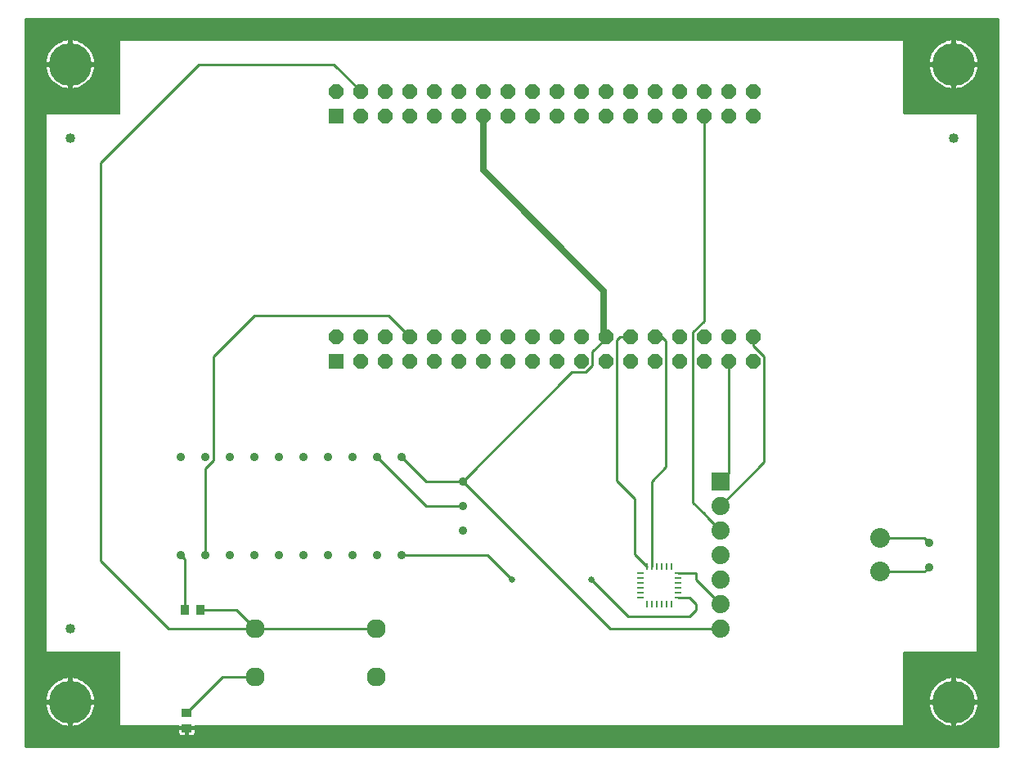
<source format=gbr>
G04 EAGLE Gerber RS-274X export*
G75*
%MOMM*%
%FSLAX34Y34*%
%LPD*%
%INTop Copper*%
%IPPOS*%
%AMOC8*
5,1,8,0,0,1.08239X$1,22.5*%
G01*
%ADD10C,0.904800*%
%ADD11R,0.790000X0.280000*%
%ADD12R,0.280000X0.790000*%
%ADD13R,1.879600X1.879600*%
%ADD14C,2.032000*%
%ADD15C,1.879600*%
%ADD16R,1.524000X1.524000*%
%ADD17P,1.649562X8X22.500000*%
%ADD18C,1.960000*%
%ADD19C,4.445000*%
%ADD20C,1.016000*%
%ADD21R,0.949959X1.031241*%
%ADD22R,1.031241X0.949959*%
%ADD23C,0.254000*%
%ADD24C,0.635000*%
%ADD25C,0.654800*%

G36*
X1012682Y757546D02*
X1012682Y757546D01*
X1012675Y757665D01*
X1012662Y757703D01*
X1012657Y757744D01*
X1012614Y757854D01*
X1012577Y757967D01*
X1012555Y758002D01*
X1012540Y758039D01*
X1012471Y758135D01*
X1012407Y758236D01*
X1012377Y758264D01*
X1012354Y758297D01*
X1012262Y758373D01*
X1012175Y758454D01*
X1012140Y758474D01*
X1012109Y758499D01*
X1012001Y758550D01*
X1011897Y758608D01*
X1011857Y758618D01*
X1011821Y758635D01*
X1011704Y758657D01*
X1011589Y758687D01*
X1011529Y758691D01*
X1011509Y758695D01*
X1011488Y758693D01*
X1011428Y758697D01*
X4572Y758697D01*
X4454Y758682D01*
X4335Y758675D01*
X4297Y758662D01*
X4256Y758657D01*
X4146Y758614D01*
X4033Y758577D01*
X3998Y758555D01*
X3961Y758540D01*
X3865Y758471D01*
X3764Y758407D01*
X3736Y758377D01*
X3703Y758354D01*
X3627Y758262D01*
X3546Y758175D01*
X3526Y758140D01*
X3501Y758109D01*
X3450Y758001D01*
X3392Y757897D01*
X3382Y757857D01*
X3365Y757821D01*
X3343Y757704D01*
X3313Y757589D01*
X3309Y757529D01*
X3305Y757509D01*
X3307Y757488D01*
X3303Y757428D01*
X3303Y4572D01*
X3318Y4454D01*
X3325Y4335D01*
X3338Y4297D01*
X3343Y4256D01*
X3386Y4146D01*
X3423Y4033D01*
X3445Y3998D01*
X3460Y3961D01*
X3529Y3865D01*
X3593Y3764D01*
X3623Y3736D01*
X3646Y3703D01*
X3738Y3627D01*
X3825Y3546D01*
X3860Y3526D01*
X3891Y3501D01*
X3999Y3450D01*
X4103Y3392D01*
X4143Y3382D01*
X4179Y3365D01*
X4296Y3343D01*
X4411Y3313D01*
X4471Y3309D01*
X4491Y3305D01*
X4512Y3307D01*
X4572Y3303D01*
X1011428Y3303D01*
X1011546Y3318D01*
X1011665Y3325D01*
X1011703Y3338D01*
X1011744Y3343D01*
X1011854Y3386D01*
X1011967Y3423D01*
X1012002Y3445D01*
X1012039Y3460D01*
X1012135Y3529D01*
X1012236Y3593D01*
X1012264Y3623D01*
X1012297Y3646D01*
X1012373Y3738D01*
X1012454Y3825D01*
X1012474Y3860D01*
X1012499Y3891D01*
X1012550Y3999D01*
X1012608Y4103D01*
X1012618Y4143D01*
X1012635Y4179D01*
X1012657Y4296D01*
X1012687Y4411D01*
X1012691Y4471D01*
X1012695Y4491D01*
X1012693Y4512D01*
X1012697Y4572D01*
X1012697Y757428D01*
X1012682Y757546D01*
G37*
%LPC*%
G36*
X101600Y659131D02*
X101600Y659131D01*
X101718Y659146D01*
X101837Y659153D01*
X101875Y659166D01*
X101916Y659171D01*
X102026Y659214D01*
X102139Y659251D01*
X102174Y659273D01*
X102211Y659288D01*
X102307Y659358D01*
X102408Y659421D01*
X102436Y659451D01*
X102469Y659474D01*
X102545Y659566D01*
X102626Y659653D01*
X102646Y659688D01*
X102671Y659719D01*
X102722Y659827D01*
X102780Y659931D01*
X102790Y659971D01*
X102807Y660007D01*
X102829Y660124D01*
X102859Y660239D01*
X102863Y660300D01*
X102867Y660320D01*
X102865Y660340D01*
X102869Y660400D01*
X102869Y735331D01*
X913131Y735331D01*
X913131Y660400D01*
X913146Y660282D01*
X913153Y660163D01*
X913166Y660125D01*
X913171Y660084D01*
X913214Y659974D01*
X913251Y659861D01*
X913273Y659826D01*
X913288Y659789D01*
X913358Y659693D01*
X913421Y659592D01*
X913451Y659564D01*
X913474Y659531D01*
X913566Y659456D01*
X913653Y659374D01*
X913688Y659354D01*
X913719Y659329D01*
X913827Y659278D01*
X913931Y659220D01*
X913971Y659210D01*
X914007Y659193D01*
X914124Y659171D01*
X914239Y659141D01*
X914300Y659137D01*
X914320Y659133D01*
X914340Y659135D01*
X914400Y659131D01*
X989331Y659131D01*
X989331Y102869D01*
X914400Y102869D01*
X914282Y102854D01*
X914163Y102847D01*
X914125Y102834D01*
X914084Y102829D01*
X913974Y102786D01*
X913861Y102749D01*
X913826Y102727D01*
X913789Y102712D01*
X913693Y102643D01*
X913592Y102579D01*
X913564Y102549D01*
X913531Y102526D01*
X913456Y102434D01*
X913374Y102347D01*
X913354Y102312D01*
X913329Y102281D01*
X913278Y102173D01*
X913220Y102069D01*
X913210Y102029D01*
X913193Y101993D01*
X913171Y101876D01*
X913141Y101761D01*
X913137Y101701D01*
X913133Y101681D01*
X913135Y101660D01*
X913131Y101600D01*
X913131Y26669D01*
X180416Y26669D01*
X180298Y26654D01*
X180179Y26647D01*
X180141Y26634D01*
X180101Y26629D01*
X179990Y26586D01*
X179877Y26549D01*
X179843Y26527D01*
X179805Y26512D01*
X179709Y26443D01*
X179608Y26379D01*
X179580Y26349D01*
X179548Y26326D01*
X179472Y26234D01*
X179390Y26147D01*
X179377Y26123D01*
X172555Y26123D01*
X172437Y26108D01*
X172318Y26101D01*
X172280Y26088D01*
X172240Y26083D01*
X172129Y26039D01*
X172016Y26003D01*
X171981Y25981D01*
X171944Y25966D01*
X171848Y25896D01*
X171747Y25833D01*
X171719Y25803D01*
X171687Y25779D01*
X171611Y25688D01*
X171529Y25601D01*
X171510Y25566D01*
X171484Y25534D01*
X171454Y25470D01*
X171387Y25561D01*
X171324Y25662D01*
X171294Y25690D01*
X171270Y25722D01*
X171179Y25798D01*
X171092Y25880D01*
X171057Y25899D01*
X171025Y25925D01*
X170918Y25976D01*
X170814Y26033D01*
X170774Y26044D01*
X170738Y26061D01*
X170621Y26083D01*
X170506Y26113D01*
X170445Y26117D01*
X170425Y26121D01*
X170405Y26119D01*
X170345Y26123D01*
X163516Y26123D01*
X163463Y26208D01*
X163433Y26236D01*
X163409Y26269D01*
X163318Y26345D01*
X163231Y26426D01*
X163196Y26446D01*
X163164Y26471D01*
X163057Y26522D01*
X162952Y26580D01*
X162913Y26590D01*
X162877Y26607D01*
X162760Y26629D01*
X162644Y26659D01*
X162584Y26663D01*
X162564Y26667D01*
X162544Y26665D01*
X162484Y26669D01*
X102869Y26669D01*
X102869Y101600D01*
X102854Y101718D01*
X102847Y101837D01*
X102834Y101875D01*
X102829Y101916D01*
X102786Y102026D01*
X102749Y102139D01*
X102727Y102174D01*
X102712Y102211D01*
X102643Y102307D01*
X102579Y102408D01*
X102549Y102436D01*
X102526Y102469D01*
X102434Y102545D01*
X102347Y102626D01*
X102312Y102646D01*
X102281Y102671D01*
X102173Y102722D01*
X102069Y102780D01*
X102029Y102790D01*
X101993Y102807D01*
X101876Y102829D01*
X101761Y102859D01*
X101701Y102863D01*
X101681Y102867D01*
X101660Y102865D01*
X101600Y102869D01*
X26669Y102869D01*
X26669Y659131D01*
X101600Y659131D01*
G37*
%LPD*%
%LPC*%
G36*
X53339Y713739D02*
X53339Y713739D01*
X53339Y735836D01*
X54955Y735654D01*
X57667Y735035D01*
X60292Y734117D01*
X62799Y732910D01*
X65154Y731430D01*
X67329Y729695D01*
X69295Y727729D01*
X71030Y725554D01*
X72510Y723199D01*
X73717Y720692D01*
X74635Y718067D01*
X75254Y715355D01*
X75436Y713739D01*
X53339Y713739D01*
G37*
%LPD*%
%LPC*%
G36*
X967739Y713739D02*
X967739Y713739D01*
X967739Y735836D01*
X969355Y735654D01*
X972067Y735035D01*
X974692Y734117D01*
X977199Y732910D01*
X979554Y731430D01*
X981729Y729695D01*
X983695Y727729D01*
X985430Y725554D01*
X986910Y723199D01*
X988117Y720692D01*
X989035Y718067D01*
X989654Y715355D01*
X989836Y713739D01*
X967739Y713739D01*
G37*
%LPD*%
%LPC*%
G36*
X53339Y53339D02*
X53339Y53339D01*
X53339Y75436D01*
X54955Y75254D01*
X57667Y74635D01*
X60292Y73717D01*
X62799Y72510D01*
X65154Y71030D01*
X67329Y69295D01*
X69295Y67329D01*
X71030Y65154D01*
X72510Y62799D01*
X73717Y60292D01*
X74635Y57667D01*
X75254Y54955D01*
X75436Y53339D01*
X53339Y53339D01*
G37*
%LPD*%
%LPC*%
G36*
X967739Y53339D02*
X967739Y53339D01*
X967739Y75436D01*
X969355Y75254D01*
X972067Y74635D01*
X974692Y73717D01*
X977199Y72510D01*
X979554Y71030D01*
X981729Y69295D01*
X983695Y67329D01*
X985430Y65154D01*
X986910Y62799D01*
X988117Y60292D01*
X989035Y57667D01*
X989654Y54955D01*
X989836Y53339D01*
X967739Y53339D01*
G37*
%LPD*%
%LPC*%
G36*
X26164Y713739D02*
X26164Y713739D01*
X26346Y715355D01*
X26965Y718067D01*
X27883Y720692D01*
X29090Y723199D01*
X30570Y725554D01*
X32305Y727729D01*
X34271Y729695D01*
X36446Y731430D01*
X38801Y732910D01*
X41308Y734117D01*
X43933Y735035D01*
X46645Y735654D01*
X48261Y735836D01*
X48261Y713739D01*
X26164Y713739D01*
G37*
%LPD*%
%LPC*%
G36*
X940564Y713739D02*
X940564Y713739D01*
X940746Y715355D01*
X941365Y718067D01*
X942283Y720692D01*
X943490Y723199D01*
X944970Y725554D01*
X946705Y727729D01*
X948671Y729695D01*
X950846Y731430D01*
X953201Y732910D01*
X955708Y734117D01*
X958333Y735035D01*
X961045Y735654D01*
X962661Y735836D01*
X962661Y713739D01*
X940564Y713739D01*
G37*
%LPD*%
%LPC*%
G36*
X967739Y708661D02*
X967739Y708661D01*
X989836Y708661D01*
X989654Y707045D01*
X989035Y704333D01*
X988117Y701708D01*
X986910Y699201D01*
X985430Y696846D01*
X983695Y694671D01*
X981729Y692705D01*
X979554Y690970D01*
X977199Y689490D01*
X974692Y688283D01*
X972067Y687365D01*
X969355Y686746D01*
X967739Y686564D01*
X967739Y708661D01*
G37*
%LPD*%
%LPC*%
G36*
X53339Y708661D02*
X53339Y708661D01*
X75436Y708661D01*
X75254Y707045D01*
X74635Y704333D01*
X73717Y701708D01*
X72510Y699201D01*
X71030Y696846D01*
X69295Y694671D01*
X67329Y692705D01*
X65154Y690970D01*
X62799Y689490D01*
X60292Y688283D01*
X57667Y687365D01*
X54955Y686746D01*
X53339Y686564D01*
X53339Y708661D01*
G37*
%LPD*%
%LPC*%
G36*
X26164Y53339D02*
X26164Y53339D01*
X26346Y54955D01*
X26965Y57667D01*
X27883Y60292D01*
X29090Y62799D01*
X30570Y65154D01*
X32305Y67329D01*
X34271Y69295D01*
X36446Y71030D01*
X38801Y72510D01*
X41308Y73717D01*
X43933Y74635D01*
X46645Y75254D01*
X48261Y75436D01*
X48261Y53339D01*
X26164Y53339D01*
G37*
%LPD*%
%LPC*%
G36*
X940564Y53339D02*
X940564Y53339D01*
X940746Y54955D01*
X941365Y57667D01*
X942283Y60292D01*
X943490Y62799D01*
X944970Y65154D01*
X946705Y67329D01*
X948671Y69295D01*
X950846Y71030D01*
X953201Y72510D01*
X955708Y73717D01*
X958333Y74635D01*
X961045Y75254D01*
X962661Y75436D01*
X962661Y53339D01*
X940564Y53339D01*
G37*
%LPD*%
%LPC*%
G36*
X967739Y48261D02*
X967739Y48261D01*
X989836Y48261D01*
X989654Y46645D01*
X989035Y43933D01*
X988117Y41308D01*
X986910Y38801D01*
X985430Y36446D01*
X983695Y34271D01*
X981729Y32305D01*
X979554Y30570D01*
X977199Y29090D01*
X974692Y27883D01*
X972067Y26965D01*
X969355Y26346D01*
X967739Y26164D01*
X967739Y48261D01*
G37*
%LPD*%
%LPC*%
G36*
X53339Y48261D02*
X53339Y48261D01*
X75436Y48261D01*
X75254Y46645D01*
X74635Y43933D01*
X73717Y41308D01*
X72510Y38801D01*
X71030Y36446D01*
X69295Y34271D01*
X67329Y32305D01*
X65154Y30570D01*
X62799Y29090D01*
X60292Y27883D01*
X57667Y26965D01*
X54955Y26346D01*
X53339Y26164D01*
X53339Y48261D01*
G37*
%LPD*%
%LPC*%
G36*
X961045Y686746D02*
X961045Y686746D01*
X958333Y687365D01*
X955708Y688283D01*
X953201Y689490D01*
X950846Y690970D01*
X948671Y692705D01*
X946705Y694671D01*
X944970Y696846D01*
X943490Y699201D01*
X942283Y701708D01*
X941365Y704333D01*
X940746Y707045D01*
X940564Y708661D01*
X962661Y708661D01*
X962661Y686564D01*
X961045Y686746D01*
G37*
%LPD*%
%LPC*%
G36*
X46645Y686746D02*
X46645Y686746D01*
X43933Y687365D01*
X41308Y688283D01*
X38801Y689490D01*
X36446Y690970D01*
X34271Y692705D01*
X32305Y694671D01*
X30570Y696846D01*
X29090Y699201D01*
X27883Y701708D01*
X26965Y704333D01*
X26346Y707045D01*
X26164Y708661D01*
X48261Y708661D01*
X48261Y686564D01*
X46645Y686746D01*
G37*
%LPD*%
%LPC*%
G36*
X961045Y26346D02*
X961045Y26346D01*
X958333Y26965D01*
X955708Y27883D01*
X953201Y29090D01*
X950846Y30570D01*
X948671Y32305D01*
X946705Y34271D01*
X944970Y36446D01*
X943490Y38801D01*
X942283Y41308D01*
X941365Y43933D01*
X940746Y46645D01*
X940564Y48261D01*
X962661Y48261D01*
X962661Y26164D01*
X961045Y26346D01*
G37*
%LPD*%
%LPC*%
G36*
X46645Y26346D02*
X46645Y26346D01*
X43933Y26965D01*
X41308Y27883D01*
X38801Y29090D01*
X36446Y30570D01*
X34271Y32305D01*
X32305Y34271D01*
X30570Y36446D01*
X29090Y38801D01*
X27883Y41308D01*
X26965Y43933D01*
X26346Y46645D01*
X26164Y48261D01*
X48261Y48261D01*
X48261Y26164D01*
X46645Y26346D01*
G37*
%LPD*%
%LPC*%
G36*
X173824Y16458D02*
X173824Y16458D01*
X173824Y21375D01*
X179147Y21375D01*
X179147Y18665D01*
X178974Y18018D01*
X178639Y17439D01*
X178166Y16966D01*
X177587Y16632D01*
X176941Y16458D01*
X173824Y16458D01*
G37*
%LPD*%
%LPC*%
G36*
X165959Y16458D02*
X165959Y16458D01*
X165313Y16632D01*
X164734Y16966D01*
X164261Y17439D01*
X163926Y18018D01*
X163753Y18665D01*
X163753Y21375D01*
X169076Y21375D01*
X169076Y16458D01*
X165959Y16458D01*
G37*
%LPD*%
%LPC*%
G36*
X965199Y711199D02*
X965199Y711199D01*
X965199Y711201D01*
X965201Y711201D01*
X965201Y711199D01*
X965199Y711199D01*
G37*
%LPD*%
%LPC*%
G36*
X50799Y711199D02*
X50799Y711199D01*
X50799Y711201D01*
X50801Y711201D01*
X50801Y711199D01*
X50799Y711199D01*
G37*
%LPD*%
%LPC*%
G36*
X965199Y50799D02*
X965199Y50799D01*
X965199Y50801D01*
X965201Y50801D01*
X965201Y50799D01*
X965199Y50799D01*
G37*
%LPD*%
%LPC*%
G36*
X50799Y50799D02*
X50799Y50799D01*
X50799Y50801D01*
X50801Y50801D01*
X50801Y50799D01*
X50799Y50799D01*
G37*
%LPD*%
D10*
X165100Y203200D03*
X190500Y203200D03*
X215900Y203200D03*
X241300Y203200D03*
X266700Y203200D03*
X292100Y203200D03*
X317500Y203200D03*
X342900Y203200D03*
X368300Y203200D03*
X393700Y203200D03*
X165100Y304800D03*
X190500Y304800D03*
X215900Y304800D03*
X241300Y304800D03*
X266700Y304800D03*
X292100Y304800D03*
X317500Y304800D03*
X342900Y304800D03*
X368300Y304800D03*
X393700Y304800D03*
X457200Y279400D03*
X457200Y254000D03*
X457200Y228600D03*
D11*
X640700Y183950D03*
X640700Y178950D03*
X640700Y173950D03*
X640700Y168950D03*
X640700Y163950D03*
X640700Y158950D03*
D12*
X647900Y151750D03*
X652900Y151750D03*
X657900Y151750D03*
X662900Y151750D03*
X667900Y151750D03*
X672900Y151750D03*
D11*
X680100Y158950D03*
X680100Y163950D03*
X680100Y168950D03*
X680100Y173950D03*
X680100Y178950D03*
X680100Y183950D03*
D12*
X672900Y191150D03*
X667900Y191150D03*
X662900Y191150D03*
X657900Y191150D03*
X652900Y191150D03*
X647900Y191150D03*
D13*
X723900Y279400D03*
D14*
X889000Y220700D03*
X889000Y185700D03*
D15*
X723900Y254000D03*
X723900Y228600D03*
X723900Y203200D03*
X723900Y177800D03*
X723900Y152400D03*
X723900Y127000D03*
D10*
X939800Y190500D03*
X939800Y215900D03*
D16*
X325800Y403600D03*
D17*
X325800Y429000D03*
X351200Y403600D03*
X351200Y429000D03*
X376600Y403600D03*
X376600Y429000D03*
X402000Y403600D03*
X402000Y429000D03*
X427400Y403600D03*
X427400Y429000D03*
X452800Y403600D03*
X452800Y429000D03*
X478200Y403600D03*
X478200Y429000D03*
X503600Y403600D03*
X503600Y429000D03*
X529000Y403600D03*
X529000Y429000D03*
X554400Y403600D03*
X554400Y429000D03*
X579800Y403600D03*
X579800Y429000D03*
X605200Y403600D03*
X605200Y429000D03*
X630600Y403600D03*
X630600Y429000D03*
X656000Y403600D03*
X656000Y429000D03*
X681400Y403600D03*
X681400Y429000D03*
X706800Y403600D03*
X706800Y429000D03*
X732200Y403600D03*
X732200Y429000D03*
X757600Y403600D03*
X757600Y429000D03*
D16*
X325800Y657600D03*
D17*
X325800Y683000D03*
X351200Y657600D03*
X351200Y683000D03*
X376600Y657600D03*
X376600Y683000D03*
X402000Y657600D03*
X402000Y683000D03*
X427400Y657600D03*
X427400Y683000D03*
X452800Y657600D03*
X452800Y683000D03*
X478200Y657600D03*
X478200Y683000D03*
X503600Y657600D03*
X503600Y683000D03*
X529000Y657600D03*
X529000Y683000D03*
X554400Y657600D03*
X554400Y683000D03*
X579800Y657600D03*
X579800Y683000D03*
X605200Y657600D03*
X605200Y683000D03*
X630600Y657600D03*
X630600Y683000D03*
X656000Y657600D03*
X656000Y683000D03*
X681400Y657600D03*
X681400Y683000D03*
X706800Y657600D03*
X706800Y683000D03*
X732200Y657600D03*
X732200Y683000D03*
X757600Y657600D03*
X757600Y683000D03*
D18*
X367300Y126600D03*
X367300Y76600D03*
X242300Y76600D03*
X242300Y126600D03*
D19*
X965200Y50800D03*
D20*
X50800Y127000D03*
D19*
X965200Y711200D03*
X50800Y711200D03*
X50800Y50800D03*
D20*
X50800Y635000D03*
X965200Y635000D03*
D21*
X185801Y146050D03*
X169799Y146050D03*
D22*
X171450Y39751D03*
X171450Y23749D03*
D23*
X171450Y39751D02*
X208299Y76600D01*
X242300Y76600D01*
X698500Y177800D02*
X723900Y152400D01*
X698500Y183950D02*
X680100Y183950D01*
X698500Y183950D02*
X698500Y177800D01*
D24*
X478200Y601300D02*
X478200Y657600D01*
X603250Y430950D02*
X605200Y429000D01*
X603250Y476250D02*
X478200Y601300D01*
X603250Y476250D02*
X603250Y430950D01*
D23*
X605200Y429000D02*
X605200Y427400D01*
X591230Y398866D02*
X584535Y392170D01*
X569970Y392170D02*
X457200Y279400D01*
X591230Y413430D02*
X605200Y427400D01*
X584535Y392170D02*
X569970Y392170D01*
X591230Y398866D02*
X591230Y413430D01*
X457200Y279400D02*
X419100Y279400D01*
X393700Y304800D01*
X457200Y279400D02*
X609600Y127000D01*
X723900Y127000D01*
X169799Y198501D02*
X165100Y203200D01*
X169799Y198501D02*
X169799Y146050D01*
X393700Y203200D02*
X482600Y203200D01*
X508000Y177800D01*
D25*
X508000Y177800D03*
X590550Y177800D03*
D23*
X628650Y139700D01*
X692150Y139700D01*
X698500Y146050D01*
X698500Y152400D01*
X691950Y158950D02*
X680100Y158950D01*
X691950Y158950D02*
X698500Y152400D01*
X663200Y429000D02*
X656000Y429000D01*
X667430Y424770D02*
X667430Y293968D01*
X652900Y279438D01*
X667430Y424770D02*
X663200Y429000D01*
X652900Y279438D02*
X652900Y191150D01*
X630600Y429000D02*
X620180Y429000D01*
X616630Y425450D01*
X616630Y279570D01*
X634990Y261210D01*
X634990Y204060D02*
X647900Y191150D01*
X634990Y204060D02*
X634990Y261210D01*
X723900Y279400D02*
X732200Y287700D01*
X732200Y403600D01*
X757600Y419765D02*
X757600Y429000D01*
X757600Y419765D02*
X769030Y408335D01*
X769030Y299130D01*
X723900Y254000D01*
X380150Y450850D02*
X241300Y450850D01*
X380150Y450850D02*
X402000Y429000D01*
X190500Y293014D02*
X190500Y203200D01*
X190500Y293014D02*
X198834Y301348D01*
X198834Y408384D02*
X241300Y450850D01*
X198834Y408384D02*
X198834Y301348D01*
X242300Y126600D02*
X367300Y126600D01*
X351200Y683000D02*
X351200Y683850D01*
X323850Y711200D01*
X184150Y711200D01*
X82550Y609600D02*
X82550Y196850D01*
X152800Y126600D01*
X242300Y126600D01*
X82550Y609600D02*
X184150Y711200D01*
X185801Y146050D02*
X222850Y146050D01*
X242300Y126600D01*
X711200Y241300D02*
X723900Y228600D01*
X711200Y241300D02*
X706800Y245700D01*
X706800Y445165D02*
X706800Y657600D01*
X706800Y445165D02*
X695370Y433735D01*
X695370Y257130D02*
X706800Y245700D01*
X695370Y257130D02*
X695370Y433735D01*
X939800Y190500D02*
X935000Y185700D01*
X889000Y185700D01*
X889000Y220700D02*
X935000Y220700D01*
X939800Y215900D01*
X419100Y254000D02*
X368300Y304800D01*
X419100Y254000D02*
X457200Y254000D01*
M02*

</source>
